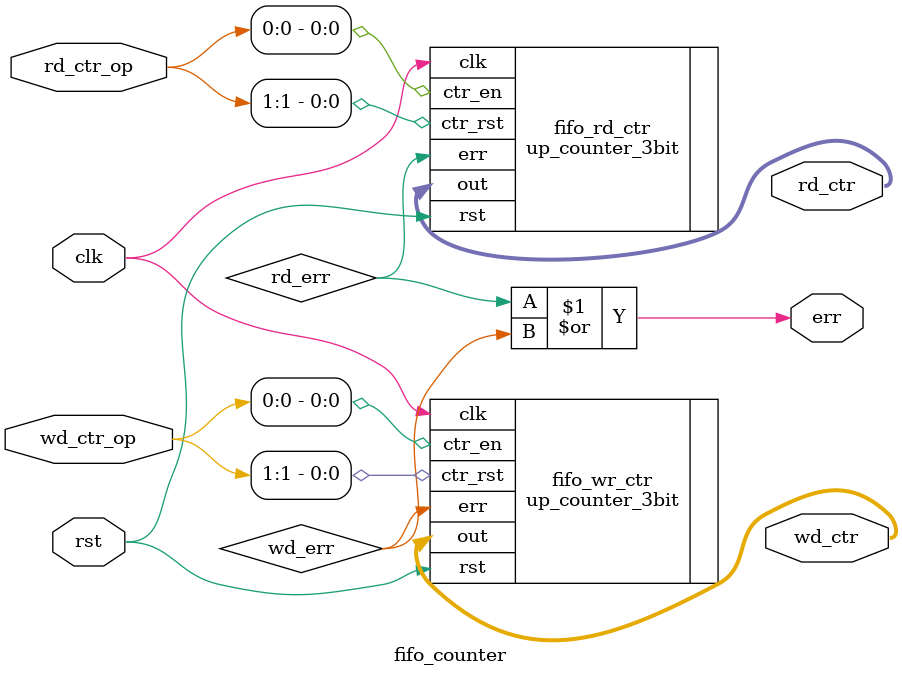
<source format=v>
module fifo_counter(
	input [1:0] rd_ctr_op,
	input [1:0] wd_ctr_op,
	input clk,
	input rst,
	output [2:0] rd_ctr,
	output [2:0] wd_ctr,
	output err
);
	wire rd_err, wd_err;
	assign err = rd_err | wd_err;
   
   up_counter_3bit fifo_rd_ctr(.clk(clk), .rst(rst), .ctr_en(rd_ctr_op[0]), .ctr_rst(rd_ctr_op[1]), .out(rd_ctr), .err(rd_err));
   up_counter_3bit fifo_wr_ctr(.clk(clk), .rst(rst), .ctr_en(wd_ctr_op[0]), .ctr_rst(wd_ctr_op[1]), .out(wd_ctr), .err(wd_err));

endmodule

</source>
